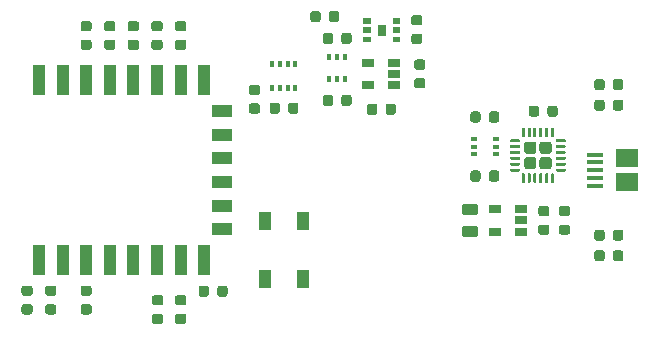
<source format=gbr>
G04 #@! TF.GenerationSoftware,KiCad,Pcbnew,(5.1.6-0-10_14)*
G04 #@! TF.CreationDate,2020-08-16T23:57:55-04:00*
G04 #@! TF.ProjectId,pcb,7063622e-6b69-4636-9164-5f7063625858,rev?*
G04 #@! TF.SameCoordinates,Original*
G04 #@! TF.FileFunction,Paste,Top*
G04 #@! TF.FilePolarity,Positive*
%FSLAX46Y46*%
G04 Gerber Fmt 4.6, Leading zero omitted, Abs format (unit mm)*
G04 Created by KiCad (PCBNEW (5.1.6-0-10_14)) date 2020-08-16 23:57:55*
%MOMM*%
%LPD*%
G01*
G04 APERTURE LIST*
%ADD10C,0.010000*%
%ADD11R,0.350000X0.500000*%
%ADD12R,0.420000X0.600000*%
%ADD13R,0.600000X0.420000*%
%ADD14R,1.060000X0.650000*%
%ADD15R,1.000000X1.500000*%
%ADD16R,1.900000X1.500000*%
%ADD17R,1.350000X0.400000*%
%ADD18R,1.000000X2.500000*%
%ADD19R,1.800000X1.000000*%
G04 APERTURE END LIST*
D10*
G36*
X76225000Y-57100000D02*
G01*
X76775000Y-57100000D01*
X76775000Y-57500000D01*
X76225000Y-57500000D01*
X76225000Y-57100000D01*
G37*
X76225000Y-57100000D02*
X76775000Y-57100000D01*
X76775000Y-57500000D01*
X76225000Y-57500000D01*
X76225000Y-57100000D01*
G36*
X76225000Y-57900000D02*
G01*
X76775000Y-57900000D01*
X76775000Y-58300000D01*
X76225000Y-58300000D01*
X76225000Y-57900000D01*
G37*
X76225000Y-57900000D02*
X76775000Y-57900000D01*
X76775000Y-58300000D01*
X76225000Y-58300000D01*
X76225000Y-57900000D01*
G36*
X76225000Y-58700000D02*
G01*
X76775000Y-58700000D01*
X76775000Y-59100000D01*
X76225000Y-59100000D01*
X76225000Y-58700000D01*
G37*
X76225000Y-58700000D02*
X76775000Y-58700000D01*
X76775000Y-59100000D01*
X76225000Y-59100000D01*
X76225000Y-58700000D01*
G36*
X78725000Y-57100000D02*
G01*
X79275000Y-57100000D01*
X79275000Y-57500000D01*
X78725000Y-57500000D01*
X78725000Y-57100000D01*
G37*
X78725000Y-57100000D02*
X79275000Y-57100000D01*
X79275000Y-57500000D01*
X78725000Y-57500000D01*
X78725000Y-57100000D01*
G36*
X78725000Y-57900000D02*
G01*
X79275000Y-57900000D01*
X79275000Y-58300000D01*
X78725000Y-58300000D01*
X78725000Y-57900000D01*
G37*
X78725000Y-57900000D02*
X79275000Y-57900000D01*
X79275000Y-58300000D01*
X78725000Y-58300000D01*
X78725000Y-57900000D01*
G36*
X78725000Y-58700000D02*
G01*
X79275000Y-58700000D01*
X79275000Y-59100000D01*
X78725000Y-59100000D01*
X78725000Y-58700000D01*
G37*
X78725000Y-58700000D02*
X79275000Y-58700000D01*
X79275000Y-59100000D01*
X78725000Y-59100000D01*
X78725000Y-58700000D01*
G36*
X77450000Y-57675000D02*
G01*
X78050000Y-57675000D01*
X78050000Y-58525000D01*
X77450000Y-58525000D01*
X77450000Y-57675000D01*
G37*
X77450000Y-57675000D02*
X78050000Y-57675000D01*
X78050000Y-58525000D01*
X77450000Y-58525000D01*
X77450000Y-57675000D01*
G36*
G01*
X67256250Y-63650000D02*
X66743750Y-63650000D01*
G75*
G02*
X66525000Y-63431250I0J218750D01*
G01*
X66525000Y-62993750D01*
G75*
G02*
X66743750Y-62775000I218750J0D01*
G01*
X67256250Y-62775000D01*
G75*
G02*
X67475000Y-62993750I0J-218750D01*
G01*
X67475000Y-63431250D01*
G75*
G02*
X67256250Y-63650000I-218750J0D01*
G01*
G37*
G36*
G01*
X67256250Y-65225000D02*
X66743750Y-65225000D01*
G75*
G02*
X66525000Y-65006250I0J218750D01*
G01*
X66525000Y-64568750D01*
G75*
G02*
X66743750Y-64350000I218750J0D01*
G01*
X67256250Y-64350000D01*
G75*
G02*
X67475000Y-64568750I0J-218750D01*
G01*
X67475000Y-65006250D01*
G75*
G02*
X67256250Y-65225000I-218750J0D01*
G01*
G37*
D11*
X70475000Y-63075000D03*
X69825000Y-63075000D03*
X69175000Y-63075000D03*
X68525000Y-63075000D03*
X68525000Y-61025000D03*
X69175000Y-61025000D03*
X69825000Y-61025000D03*
X70475000Y-61025000D03*
G36*
G01*
X61006250Y-81450000D02*
X60493750Y-81450000D01*
G75*
G02*
X60275000Y-81231250I0J218750D01*
G01*
X60275000Y-80793750D01*
G75*
G02*
X60493750Y-80575000I218750J0D01*
G01*
X61006250Y-80575000D01*
G75*
G02*
X61225000Y-80793750I0J-218750D01*
G01*
X61225000Y-81231250D01*
G75*
G02*
X61006250Y-81450000I-218750J0D01*
G01*
G37*
G36*
G01*
X61006250Y-83025000D02*
X60493750Y-83025000D01*
G75*
G02*
X60275000Y-82806250I0J218750D01*
G01*
X60275000Y-82368750D01*
G75*
G02*
X60493750Y-82150000I218750J0D01*
G01*
X61006250Y-82150000D01*
G75*
G02*
X61225000Y-82368750I0J-218750D01*
G01*
X61225000Y-82806250D01*
G75*
G02*
X61006250Y-83025000I-218750J0D01*
G01*
G37*
G36*
G01*
X80743750Y-62200000D02*
X81256250Y-62200000D01*
G75*
G02*
X81475000Y-62418750I0J-218750D01*
G01*
X81475000Y-62856250D01*
G75*
G02*
X81256250Y-63075000I-218750J0D01*
G01*
X80743750Y-63075000D01*
G75*
G02*
X80525000Y-62856250I0J218750D01*
G01*
X80525000Y-62418750D01*
G75*
G02*
X80743750Y-62200000I218750J0D01*
G01*
G37*
G36*
G01*
X80743750Y-60625000D02*
X81256250Y-60625000D01*
G75*
G02*
X81475000Y-60843750I0J-218750D01*
G01*
X81475000Y-61281250D01*
G75*
G02*
X81256250Y-61500000I-218750J0D01*
G01*
X80743750Y-61500000D01*
G75*
G02*
X80525000Y-61281250I0J218750D01*
G01*
X80525000Y-60843750D01*
G75*
G02*
X80743750Y-60625000I218750J0D01*
G01*
G37*
G36*
G01*
X54493750Y-58950000D02*
X55006250Y-58950000D01*
G75*
G02*
X55225000Y-59168750I0J-218750D01*
G01*
X55225000Y-59606250D01*
G75*
G02*
X55006250Y-59825000I-218750J0D01*
G01*
X54493750Y-59825000D01*
G75*
G02*
X54275000Y-59606250I0J218750D01*
G01*
X54275000Y-59168750D01*
G75*
G02*
X54493750Y-58950000I218750J0D01*
G01*
G37*
G36*
G01*
X54493750Y-57375000D02*
X55006250Y-57375000D01*
G75*
G02*
X55225000Y-57593750I0J-218750D01*
G01*
X55225000Y-58031250D01*
G75*
G02*
X55006250Y-58250000I-218750J0D01*
G01*
X54493750Y-58250000D01*
G75*
G02*
X54275000Y-58031250I0J218750D01*
G01*
X54275000Y-57593750D01*
G75*
G02*
X54493750Y-57375000I218750J0D01*
G01*
G37*
G36*
G01*
X52493750Y-58950000D02*
X53006250Y-58950000D01*
G75*
G02*
X53225000Y-59168750I0J-218750D01*
G01*
X53225000Y-59606250D01*
G75*
G02*
X53006250Y-59825000I-218750J0D01*
G01*
X52493750Y-59825000D01*
G75*
G02*
X52275000Y-59606250I0J218750D01*
G01*
X52275000Y-59168750D01*
G75*
G02*
X52493750Y-58950000I218750J0D01*
G01*
G37*
G36*
G01*
X52493750Y-57375000D02*
X53006250Y-57375000D01*
G75*
G02*
X53225000Y-57593750I0J-218750D01*
G01*
X53225000Y-58031250D01*
G75*
G02*
X53006250Y-58250000I-218750J0D01*
G01*
X52493750Y-58250000D01*
G75*
G02*
X52275000Y-58031250I0J218750D01*
G01*
X52275000Y-57593750D01*
G75*
G02*
X52493750Y-57375000I218750J0D01*
G01*
G37*
G36*
G01*
X73650000Y-58593750D02*
X73650000Y-59106250D01*
G75*
G02*
X73431250Y-59325000I-218750J0D01*
G01*
X72993750Y-59325000D01*
G75*
G02*
X72775000Y-59106250I0J218750D01*
G01*
X72775000Y-58593750D01*
G75*
G02*
X72993750Y-58375000I218750J0D01*
G01*
X73431250Y-58375000D01*
G75*
G02*
X73650000Y-58593750I0J-218750D01*
G01*
G37*
G36*
G01*
X75225000Y-58593750D02*
X75225000Y-59106250D01*
G75*
G02*
X75006250Y-59325000I-218750J0D01*
G01*
X74568750Y-59325000D01*
G75*
G02*
X74350000Y-59106250I0J218750D01*
G01*
X74350000Y-58593750D01*
G75*
G02*
X74568750Y-58375000I218750J0D01*
G01*
X75006250Y-58375000D01*
G75*
G02*
X75225000Y-58593750I0J-218750D01*
G01*
G37*
G36*
G01*
X73650000Y-63843750D02*
X73650000Y-64356250D01*
G75*
G02*
X73431250Y-64575000I-218750J0D01*
G01*
X72993750Y-64575000D01*
G75*
G02*
X72775000Y-64356250I0J218750D01*
G01*
X72775000Y-63843750D01*
G75*
G02*
X72993750Y-63625000I218750J0D01*
G01*
X73431250Y-63625000D01*
G75*
G02*
X73650000Y-63843750I0J-218750D01*
G01*
G37*
G36*
G01*
X75225000Y-63843750D02*
X75225000Y-64356250D01*
G75*
G02*
X75006250Y-64575000I-218750J0D01*
G01*
X74568750Y-64575000D01*
G75*
G02*
X74350000Y-64356250I0J218750D01*
G01*
X74350000Y-63843750D01*
G75*
G02*
X74568750Y-63625000I218750J0D01*
G01*
X75006250Y-63625000D01*
G75*
G02*
X75225000Y-63843750I0J-218750D01*
G01*
G37*
G36*
G01*
X81006250Y-57750000D02*
X80493750Y-57750000D01*
G75*
G02*
X80275000Y-57531250I0J218750D01*
G01*
X80275000Y-57093750D01*
G75*
G02*
X80493750Y-56875000I218750J0D01*
G01*
X81006250Y-56875000D01*
G75*
G02*
X81225000Y-57093750I0J-218750D01*
G01*
X81225000Y-57531250D01*
G75*
G02*
X81006250Y-57750000I-218750J0D01*
G01*
G37*
G36*
G01*
X81006250Y-59325000D02*
X80493750Y-59325000D01*
G75*
G02*
X80275000Y-59106250I0J218750D01*
G01*
X80275000Y-58668750D01*
G75*
G02*
X80493750Y-58450000I218750J0D01*
G01*
X81006250Y-58450000D01*
G75*
G02*
X81225000Y-58668750I0J-218750D01*
G01*
X81225000Y-59106250D01*
G75*
G02*
X81006250Y-59325000I-218750J0D01*
G01*
G37*
G36*
G01*
X73300000Y-57256250D02*
X73300000Y-56743750D01*
G75*
G02*
X73518750Y-56525000I218750J0D01*
G01*
X73956250Y-56525000D01*
G75*
G02*
X74175000Y-56743750I0J-218750D01*
G01*
X74175000Y-57256250D01*
G75*
G02*
X73956250Y-57475000I-218750J0D01*
G01*
X73518750Y-57475000D01*
G75*
G02*
X73300000Y-57256250I0J218750D01*
G01*
G37*
G36*
G01*
X71725000Y-57256250D02*
X71725000Y-56743750D01*
G75*
G02*
X71943750Y-56525000I218750J0D01*
G01*
X72381250Y-56525000D01*
G75*
G02*
X72600000Y-56743750I0J-218750D01*
G01*
X72600000Y-57256250D01*
G75*
G02*
X72381250Y-57475000I-218750J0D01*
G01*
X71943750Y-57475000D01*
G75*
G02*
X71725000Y-57256250I0J218750D01*
G01*
G37*
G36*
G01*
X69850000Y-65006250D02*
X69850000Y-64493750D01*
G75*
G02*
X70068750Y-64275000I218750J0D01*
G01*
X70506250Y-64275000D01*
G75*
G02*
X70725000Y-64493750I0J-218750D01*
G01*
X70725000Y-65006250D01*
G75*
G02*
X70506250Y-65225000I-218750J0D01*
G01*
X70068750Y-65225000D01*
G75*
G02*
X69850000Y-65006250I0J218750D01*
G01*
G37*
G36*
G01*
X68275000Y-65006250D02*
X68275000Y-64493750D01*
G75*
G02*
X68493750Y-64275000I218750J0D01*
G01*
X68931250Y-64275000D01*
G75*
G02*
X69150000Y-64493750I0J-218750D01*
G01*
X69150000Y-65006250D01*
G75*
G02*
X68931250Y-65225000I-218750J0D01*
G01*
X68493750Y-65225000D01*
G75*
G02*
X68275000Y-65006250I0J218750D01*
G01*
G37*
G36*
G01*
X61006250Y-58250000D02*
X60493750Y-58250000D01*
G75*
G02*
X60275000Y-58031250I0J218750D01*
G01*
X60275000Y-57593750D01*
G75*
G02*
X60493750Y-57375000I218750J0D01*
G01*
X61006250Y-57375000D01*
G75*
G02*
X61225000Y-57593750I0J-218750D01*
G01*
X61225000Y-58031250D01*
G75*
G02*
X61006250Y-58250000I-218750J0D01*
G01*
G37*
G36*
G01*
X61006250Y-59825000D02*
X60493750Y-59825000D01*
G75*
G02*
X60275000Y-59606250I0J218750D01*
G01*
X60275000Y-59168750D01*
G75*
G02*
X60493750Y-58950000I218750J0D01*
G01*
X61006250Y-58950000D01*
G75*
G02*
X61225000Y-59168750I0J-218750D01*
G01*
X61225000Y-59606250D01*
G75*
G02*
X61006250Y-59825000I-218750J0D01*
G01*
G37*
G36*
G01*
X56493750Y-58950000D02*
X57006250Y-58950000D01*
G75*
G02*
X57225000Y-59168750I0J-218750D01*
G01*
X57225000Y-59606250D01*
G75*
G02*
X57006250Y-59825000I-218750J0D01*
G01*
X56493750Y-59825000D01*
G75*
G02*
X56275000Y-59606250I0J218750D01*
G01*
X56275000Y-59168750D01*
G75*
G02*
X56493750Y-58950000I218750J0D01*
G01*
G37*
G36*
G01*
X56493750Y-57375000D02*
X57006250Y-57375000D01*
G75*
G02*
X57225000Y-57593750I0J-218750D01*
G01*
X57225000Y-58031250D01*
G75*
G02*
X57006250Y-58250000I-218750J0D01*
G01*
X56493750Y-58250000D01*
G75*
G02*
X56275000Y-58031250I0J218750D01*
G01*
X56275000Y-57593750D01*
G75*
G02*
X56493750Y-57375000I218750J0D01*
G01*
G37*
G36*
G01*
X53006250Y-80650000D02*
X52493750Y-80650000D01*
G75*
G02*
X52275000Y-80431250I0J218750D01*
G01*
X52275000Y-79993750D01*
G75*
G02*
X52493750Y-79775000I218750J0D01*
G01*
X53006250Y-79775000D01*
G75*
G02*
X53225000Y-79993750I0J-218750D01*
G01*
X53225000Y-80431250D01*
G75*
G02*
X53006250Y-80650000I-218750J0D01*
G01*
G37*
G36*
G01*
X53006250Y-82225000D02*
X52493750Y-82225000D01*
G75*
G02*
X52275000Y-82006250I0J218750D01*
G01*
X52275000Y-81568750D01*
G75*
G02*
X52493750Y-81350000I218750J0D01*
G01*
X53006250Y-81350000D01*
G75*
G02*
X53225000Y-81568750I0J-218750D01*
G01*
X53225000Y-82006250D01*
G75*
G02*
X53006250Y-82225000I-218750J0D01*
G01*
G37*
G36*
G01*
X50006250Y-80650000D02*
X49493750Y-80650000D01*
G75*
G02*
X49275000Y-80431250I0J218750D01*
G01*
X49275000Y-79993750D01*
G75*
G02*
X49493750Y-79775000I218750J0D01*
G01*
X50006250Y-79775000D01*
G75*
G02*
X50225000Y-79993750I0J-218750D01*
G01*
X50225000Y-80431250D01*
G75*
G02*
X50006250Y-80650000I-218750J0D01*
G01*
G37*
G36*
G01*
X50006250Y-82225000D02*
X49493750Y-82225000D01*
G75*
G02*
X49275000Y-82006250I0J218750D01*
G01*
X49275000Y-81568750D01*
G75*
G02*
X49493750Y-81350000I218750J0D01*
G01*
X50006250Y-81350000D01*
G75*
G02*
X50225000Y-81568750I0J-218750D01*
G01*
X50225000Y-82006250D01*
G75*
G02*
X50006250Y-82225000I-218750J0D01*
G01*
G37*
G36*
G01*
X63850000Y-80506250D02*
X63850000Y-79993750D01*
G75*
G02*
X64068750Y-79775000I218750J0D01*
G01*
X64506250Y-79775000D01*
G75*
G02*
X64725000Y-79993750I0J-218750D01*
G01*
X64725000Y-80506250D01*
G75*
G02*
X64506250Y-80725000I-218750J0D01*
G01*
X64068750Y-80725000D01*
G75*
G02*
X63850000Y-80506250I0J218750D01*
G01*
G37*
G36*
G01*
X62275000Y-80506250D02*
X62275000Y-79993750D01*
G75*
G02*
X62493750Y-79775000I218750J0D01*
G01*
X62931250Y-79775000D01*
G75*
G02*
X63150000Y-79993750I0J-218750D01*
G01*
X63150000Y-80506250D01*
G75*
G02*
X62931250Y-80725000I-218750J0D01*
G01*
X62493750Y-80725000D01*
G75*
G02*
X62275000Y-80506250I0J218750D01*
G01*
G37*
G36*
G01*
X96650000Y-75243750D02*
X96650000Y-75756250D01*
G75*
G02*
X96431250Y-75975000I-218750J0D01*
G01*
X95993750Y-75975000D01*
G75*
G02*
X95775000Y-75756250I0J218750D01*
G01*
X95775000Y-75243750D01*
G75*
G02*
X95993750Y-75025000I218750J0D01*
G01*
X96431250Y-75025000D01*
G75*
G02*
X96650000Y-75243750I0J-218750D01*
G01*
G37*
G36*
G01*
X98225000Y-75243750D02*
X98225000Y-75756250D01*
G75*
G02*
X98006250Y-75975000I-218750J0D01*
G01*
X97568750Y-75975000D01*
G75*
G02*
X97350000Y-75756250I0J218750D01*
G01*
X97350000Y-75243750D01*
G75*
G02*
X97568750Y-75025000I218750J0D01*
G01*
X98006250Y-75025000D01*
G75*
G02*
X98225000Y-75243750I0J-218750D01*
G01*
G37*
G36*
G01*
X96650000Y-64243750D02*
X96650000Y-64756250D01*
G75*
G02*
X96431250Y-64975000I-218750J0D01*
G01*
X95993750Y-64975000D01*
G75*
G02*
X95775000Y-64756250I0J218750D01*
G01*
X95775000Y-64243750D01*
G75*
G02*
X95993750Y-64025000I218750J0D01*
G01*
X96431250Y-64025000D01*
G75*
G02*
X96650000Y-64243750I0J-218750D01*
G01*
G37*
G36*
G01*
X98225000Y-64243750D02*
X98225000Y-64756250D01*
G75*
G02*
X98006250Y-64975000I-218750J0D01*
G01*
X97568750Y-64975000D01*
G75*
G02*
X97350000Y-64756250I0J218750D01*
G01*
X97350000Y-64243750D01*
G75*
G02*
X97568750Y-64025000I218750J0D01*
G01*
X98006250Y-64025000D01*
G75*
G02*
X98225000Y-64243750I0J-218750D01*
G01*
G37*
G36*
G01*
X96650000Y-76993750D02*
X96650000Y-77506250D01*
G75*
G02*
X96431250Y-77725000I-218750J0D01*
G01*
X95993750Y-77725000D01*
G75*
G02*
X95775000Y-77506250I0J218750D01*
G01*
X95775000Y-76993750D01*
G75*
G02*
X95993750Y-76775000I218750J0D01*
G01*
X96431250Y-76775000D01*
G75*
G02*
X96650000Y-76993750I0J-218750D01*
G01*
G37*
G36*
G01*
X98225000Y-76993750D02*
X98225000Y-77506250D01*
G75*
G02*
X98006250Y-77725000I-218750J0D01*
G01*
X97568750Y-77725000D01*
G75*
G02*
X97350000Y-77506250I0J218750D01*
G01*
X97350000Y-76993750D01*
G75*
G02*
X97568750Y-76775000I218750J0D01*
G01*
X98006250Y-76775000D01*
G75*
G02*
X98225000Y-76993750I0J-218750D01*
G01*
G37*
G36*
G01*
X96650000Y-62493750D02*
X96650000Y-63006250D01*
G75*
G02*
X96431250Y-63225000I-218750J0D01*
G01*
X95993750Y-63225000D01*
G75*
G02*
X95775000Y-63006250I0J218750D01*
G01*
X95775000Y-62493750D01*
G75*
G02*
X95993750Y-62275000I218750J0D01*
G01*
X96431250Y-62275000D01*
G75*
G02*
X96650000Y-62493750I0J-218750D01*
G01*
G37*
G36*
G01*
X98225000Y-62493750D02*
X98225000Y-63006250D01*
G75*
G02*
X98006250Y-63225000I-218750J0D01*
G01*
X97568750Y-63225000D01*
G75*
G02*
X97350000Y-63006250I0J218750D01*
G01*
X97350000Y-62493750D01*
G75*
G02*
X97568750Y-62275000I218750J0D01*
G01*
X98006250Y-62275000D01*
G75*
G02*
X98225000Y-62493750I0J-218750D01*
G01*
G37*
D12*
X74650000Y-62300000D03*
X74000000Y-62300000D03*
X73350000Y-62300000D03*
X74650000Y-60400000D03*
X74000000Y-60400000D03*
X73350000Y-60400000D03*
D13*
X87450000Y-67350000D03*
X87450000Y-68000000D03*
X87450000Y-68650000D03*
X85550000Y-67350000D03*
X85550000Y-68000000D03*
X85550000Y-68650000D03*
D14*
X87400000Y-75200000D03*
X87400000Y-73300000D03*
X89600000Y-73300000D03*
X89600000Y-74250000D03*
X89600000Y-75200000D03*
G36*
G01*
X59006250Y-58250000D02*
X58493750Y-58250000D01*
G75*
G02*
X58275000Y-58031250I0J218750D01*
G01*
X58275000Y-57593750D01*
G75*
G02*
X58493750Y-57375000I218750J0D01*
G01*
X59006250Y-57375000D01*
G75*
G02*
X59225000Y-57593750I0J-218750D01*
G01*
X59225000Y-58031250D01*
G75*
G02*
X59006250Y-58250000I-218750J0D01*
G01*
G37*
G36*
G01*
X59006250Y-59825000D02*
X58493750Y-59825000D01*
G75*
G02*
X58275000Y-59606250I0J218750D01*
G01*
X58275000Y-59168750D01*
G75*
G02*
X58493750Y-58950000I218750J0D01*
G01*
X59006250Y-58950000D01*
G75*
G02*
X59225000Y-59168750I0J-218750D01*
G01*
X59225000Y-59606250D01*
G75*
G02*
X59006250Y-59825000I-218750J0D01*
G01*
G37*
G36*
G01*
X90875000Y-67824999D02*
X90875000Y-68375001D01*
G75*
G02*
X90625001Y-68625000I-249999J0D01*
G01*
X90074999Y-68625000D01*
G75*
G02*
X89825000Y-68375001I0J249999D01*
G01*
X89825000Y-67824999D01*
G75*
G02*
X90074999Y-67575000I249999J0D01*
G01*
X90625001Y-67575000D01*
G75*
G02*
X90875000Y-67824999I0J-249999D01*
G01*
G37*
G36*
G01*
X90875000Y-69124999D02*
X90875000Y-69675001D01*
G75*
G02*
X90625001Y-69925000I-249999J0D01*
G01*
X90074999Y-69925000D01*
G75*
G02*
X89825000Y-69675001I0J249999D01*
G01*
X89825000Y-69124999D01*
G75*
G02*
X90074999Y-68875000I249999J0D01*
G01*
X90625001Y-68875000D01*
G75*
G02*
X90875000Y-69124999I0J-249999D01*
G01*
G37*
G36*
G01*
X92175000Y-67824999D02*
X92175000Y-68375001D01*
G75*
G02*
X91925001Y-68625000I-249999J0D01*
G01*
X91374999Y-68625000D01*
G75*
G02*
X91125000Y-68375001I0J249999D01*
G01*
X91125000Y-67824999D01*
G75*
G02*
X91374999Y-67575000I249999J0D01*
G01*
X91925001Y-67575000D01*
G75*
G02*
X92175000Y-67824999I0J-249999D01*
G01*
G37*
G36*
G01*
X92175000Y-69124999D02*
X92175000Y-69675001D01*
G75*
G02*
X91925001Y-69925000I-249999J0D01*
G01*
X91374999Y-69925000D01*
G75*
G02*
X91125000Y-69675001I0J249999D01*
G01*
X91125000Y-69124999D01*
G75*
G02*
X91374999Y-68875000I249999J0D01*
G01*
X91925001Y-68875000D01*
G75*
G02*
X92175000Y-69124999I0J-249999D01*
G01*
G37*
G36*
G01*
X92375000Y-70337500D02*
X92375000Y-71037500D01*
G75*
G02*
X92312500Y-71100000I-62500J0D01*
G01*
X92187500Y-71100000D01*
G75*
G02*
X92125000Y-71037500I0J62500D01*
G01*
X92125000Y-70337500D01*
G75*
G02*
X92187500Y-70275000I62500J0D01*
G01*
X92312500Y-70275000D01*
G75*
G02*
X92375000Y-70337500I0J-62500D01*
G01*
G37*
G36*
G01*
X91875000Y-70337500D02*
X91875000Y-71037500D01*
G75*
G02*
X91812500Y-71100000I-62500J0D01*
G01*
X91687500Y-71100000D01*
G75*
G02*
X91625000Y-71037500I0J62500D01*
G01*
X91625000Y-70337500D01*
G75*
G02*
X91687500Y-70275000I62500J0D01*
G01*
X91812500Y-70275000D01*
G75*
G02*
X91875000Y-70337500I0J-62500D01*
G01*
G37*
G36*
G01*
X91375000Y-70337500D02*
X91375000Y-71037500D01*
G75*
G02*
X91312500Y-71100000I-62500J0D01*
G01*
X91187500Y-71100000D01*
G75*
G02*
X91125000Y-71037500I0J62500D01*
G01*
X91125000Y-70337500D01*
G75*
G02*
X91187500Y-70275000I62500J0D01*
G01*
X91312500Y-70275000D01*
G75*
G02*
X91375000Y-70337500I0J-62500D01*
G01*
G37*
G36*
G01*
X90875000Y-70337500D02*
X90875000Y-71037500D01*
G75*
G02*
X90812500Y-71100000I-62500J0D01*
G01*
X90687500Y-71100000D01*
G75*
G02*
X90625000Y-71037500I0J62500D01*
G01*
X90625000Y-70337500D01*
G75*
G02*
X90687500Y-70275000I62500J0D01*
G01*
X90812500Y-70275000D01*
G75*
G02*
X90875000Y-70337500I0J-62500D01*
G01*
G37*
G36*
G01*
X90375000Y-70337500D02*
X90375000Y-71037500D01*
G75*
G02*
X90312500Y-71100000I-62500J0D01*
G01*
X90187500Y-71100000D01*
G75*
G02*
X90125000Y-71037500I0J62500D01*
G01*
X90125000Y-70337500D01*
G75*
G02*
X90187500Y-70275000I62500J0D01*
G01*
X90312500Y-70275000D01*
G75*
G02*
X90375000Y-70337500I0J-62500D01*
G01*
G37*
G36*
G01*
X89875000Y-70337500D02*
X89875000Y-71037500D01*
G75*
G02*
X89812500Y-71100000I-62500J0D01*
G01*
X89687500Y-71100000D01*
G75*
G02*
X89625000Y-71037500I0J62500D01*
G01*
X89625000Y-70337500D01*
G75*
G02*
X89687500Y-70275000I62500J0D01*
G01*
X89812500Y-70275000D01*
G75*
G02*
X89875000Y-70337500I0J-62500D01*
G01*
G37*
G36*
G01*
X89475000Y-69937500D02*
X89475000Y-70062500D01*
G75*
G02*
X89412500Y-70125000I-62500J0D01*
G01*
X88712500Y-70125000D01*
G75*
G02*
X88650000Y-70062500I0J62500D01*
G01*
X88650000Y-69937500D01*
G75*
G02*
X88712500Y-69875000I62500J0D01*
G01*
X89412500Y-69875000D01*
G75*
G02*
X89475000Y-69937500I0J-62500D01*
G01*
G37*
G36*
G01*
X89475000Y-69437500D02*
X89475000Y-69562500D01*
G75*
G02*
X89412500Y-69625000I-62500J0D01*
G01*
X88712500Y-69625000D01*
G75*
G02*
X88650000Y-69562500I0J62500D01*
G01*
X88650000Y-69437500D01*
G75*
G02*
X88712500Y-69375000I62500J0D01*
G01*
X89412500Y-69375000D01*
G75*
G02*
X89475000Y-69437500I0J-62500D01*
G01*
G37*
G36*
G01*
X89475000Y-68937500D02*
X89475000Y-69062500D01*
G75*
G02*
X89412500Y-69125000I-62500J0D01*
G01*
X88712500Y-69125000D01*
G75*
G02*
X88650000Y-69062500I0J62500D01*
G01*
X88650000Y-68937500D01*
G75*
G02*
X88712500Y-68875000I62500J0D01*
G01*
X89412500Y-68875000D01*
G75*
G02*
X89475000Y-68937500I0J-62500D01*
G01*
G37*
G36*
G01*
X89475000Y-68437500D02*
X89475000Y-68562500D01*
G75*
G02*
X89412500Y-68625000I-62500J0D01*
G01*
X88712500Y-68625000D01*
G75*
G02*
X88650000Y-68562500I0J62500D01*
G01*
X88650000Y-68437500D01*
G75*
G02*
X88712500Y-68375000I62500J0D01*
G01*
X89412500Y-68375000D01*
G75*
G02*
X89475000Y-68437500I0J-62500D01*
G01*
G37*
G36*
G01*
X89475000Y-67937500D02*
X89475000Y-68062500D01*
G75*
G02*
X89412500Y-68125000I-62500J0D01*
G01*
X88712500Y-68125000D01*
G75*
G02*
X88650000Y-68062500I0J62500D01*
G01*
X88650000Y-67937500D01*
G75*
G02*
X88712500Y-67875000I62500J0D01*
G01*
X89412500Y-67875000D01*
G75*
G02*
X89475000Y-67937500I0J-62500D01*
G01*
G37*
G36*
G01*
X89475000Y-67437500D02*
X89475000Y-67562500D01*
G75*
G02*
X89412500Y-67625000I-62500J0D01*
G01*
X88712500Y-67625000D01*
G75*
G02*
X88650000Y-67562500I0J62500D01*
G01*
X88650000Y-67437500D01*
G75*
G02*
X88712500Y-67375000I62500J0D01*
G01*
X89412500Y-67375000D01*
G75*
G02*
X89475000Y-67437500I0J-62500D01*
G01*
G37*
G36*
G01*
X89875000Y-66462500D02*
X89875000Y-67162500D01*
G75*
G02*
X89812500Y-67225000I-62500J0D01*
G01*
X89687500Y-67225000D01*
G75*
G02*
X89625000Y-67162500I0J62500D01*
G01*
X89625000Y-66462500D01*
G75*
G02*
X89687500Y-66400000I62500J0D01*
G01*
X89812500Y-66400000D01*
G75*
G02*
X89875000Y-66462500I0J-62500D01*
G01*
G37*
G36*
G01*
X90375000Y-66462500D02*
X90375000Y-67162500D01*
G75*
G02*
X90312500Y-67225000I-62500J0D01*
G01*
X90187500Y-67225000D01*
G75*
G02*
X90125000Y-67162500I0J62500D01*
G01*
X90125000Y-66462500D01*
G75*
G02*
X90187500Y-66400000I62500J0D01*
G01*
X90312500Y-66400000D01*
G75*
G02*
X90375000Y-66462500I0J-62500D01*
G01*
G37*
G36*
G01*
X90875000Y-66462500D02*
X90875000Y-67162500D01*
G75*
G02*
X90812500Y-67225000I-62500J0D01*
G01*
X90687500Y-67225000D01*
G75*
G02*
X90625000Y-67162500I0J62500D01*
G01*
X90625000Y-66462500D01*
G75*
G02*
X90687500Y-66400000I62500J0D01*
G01*
X90812500Y-66400000D01*
G75*
G02*
X90875000Y-66462500I0J-62500D01*
G01*
G37*
G36*
G01*
X91375000Y-66462500D02*
X91375000Y-67162500D01*
G75*
G02*
X91312500Y-67225000I-62500J0D01*
G01*
X91187500Y-67225000D01*
G75*
G02*
X91125000Y-67162500I0J62500D01*
G01*
X91125000Y-66462500D01*
G75*
G02*
X91187500Y-66400000I62500J0D01*
G01*
X91312500Y-66400000D01*
G75*
G02*
X91375000Y-66462500I0J-62500D01*
G01*
G37*
G36*
G01*
X91875000Y-66462500D02*
X91875000Y-67162500D01*
G75*
G02*
X91812500Y-67225000I-62500J0D01*
G01*
X91687500Y-67225000D01*
G75*
G02*
X91625000Y-67162500I0J62500D01*
G01*
X91625000Y-66462500D01*
G75*
G02*
X91687500Y-66400000I62500J0D01*
G01*
X91812500Y-66400000D01*
G75*
G02*
X91875000Y-66462500I0J-62500D01*
G01*
G37*
G36*
G01*
X92375000Y-66462500D02*
X92375000Y-67162500D01*
G75*
G02*
X92312500Y-67225000I-62500J0D01*
G01*
X92187500Y-67225000D01*
G75*
G02*
X92125000Y-67162500I0J62500D01*
G01*
X92125000Y-66462500D01*
G75*
G02*
X92187500Y-66400000I62500J0D01*
G01*
X92312500Y-66400000D01*
G75*
G02*
X92375000Y-66462500I0J-62500D01*
G01*
G37*
G36*
G01*
X93350000Y-67437500D02*
X93350000Y-67562500D01*
G75*
G02*
X93287500Y-67625000I-62500J0D01*
G01*
X92587500Y-67625000D01*
G75*
G02*
X92525000Y-67562500I0J62500D01*
G01*
X92525000Y-67437500D01*
G75*
G02*
X92587500Y-67375000I62500J0D01*
G01*
X93287500Y-67375000D01*
G75*
G02*
X93350000Y-67437500I0J-62500D01*
G01*
G37*
G36*
G01*
X93350000Y-67937500D02*
X93350000Y-68062500D01*
G75*
G02*
X93287500Y-68125000I-62500J0D01*
G01*
X92587500Y-68125000D01*
G75*
G02*
X92525000Y-68062500I0J62500D01*
G01*
X92525000Y-67937500D01*
G75*
G02*
X92587500Y-67875000I62500J0D01*
G01*
X93287500Y-67875000D01*
G75*
G02*
X93350000Y-67937500I0J-62500D01*
G01*
G37*
G36*
G01*
X93350000Y-68437500D02*
X93350000Y-68562500D01*
G75*
G02*
X93287500Y-68625000I-62500J0D01*
G01*
X92587500Y-68625000D01*
G75*
G02*
X92525000Y-68562500I0J62500D01*
G01*
X92525000Y-68437500D01*
G75*
G02*
X92587500Y-68375000I62500J0D01*
G01*
X93287500Y-68375000D01*
G75*
G02*
X93350000Y-68437500I0J-62500D01*
G01*
G37*
G36*
G01*
X93350000Y-68937500D02*
X93350000Y-69062500D01*
G75*
G02*
X93287500Y-69125000I-62500J0D01*
G01*
X92587500Y-69125000D01*
G75*
G02*
X92525000Y-69062500I0J62500D01*
G01*
X92525000Y-68937500D01*
G75*
G02*
X92587500Y-68875000I62500J0D01*
G01*
X93287500Y-68875000D01*
G75*
G02*
X93350000Y-68937500I0J-62500D01*
G01*
G37*
G36*
G01*
X93350000Y-69437500D02*
X93350000Y-69562500D01*
G75*
G02*
X93287500Y-69625000I-62500J0D01*
G01*
X92587500Y-69625000D01*
G75*
G02*
X92525000Y-69562500I0J62500D01*
G01*
X92525000Y-69437500D01*
G75*
G02*
X92587500Y-69375000I62500J0D01*
G01*
X93287500Y-69375000D01*
G75*
G02*
X93350000Y-69437500I0J-62500D01*
G01*
G37*
G36*
G01*
X93350000Y-69937500D02*
X93350000Y-70062500D01*
G75*
G02*
X93287500Y-70125000I-62500J0D01*
G01*
X92587500Y-70125000D01*
G75*
G02*
X92525000Y-70062500I0J62500D01*
G01*
X92525000Y-69937500D01*
G75*
G02*
X92587500Y-69875000I62500J0D01*
G01*
X93287500Y-69875000D01*
G75*
G02*
X93350000Y-69937500I0J-62500D01*
G01*
G37*
X76650000Y-62800000D03*
X76650000Y-60900000D03*
X78850000Y-60900000D03*
X78850000Y-61850000D03*
X78850000Y-62800000D03*
G36*
G01*
X86850000Y-70756250D02*
X86850000Y-70243750D01*
G75*
G02*
X87068750Y-70025000I218750J0D01*
G01*
X87506250Y-70025000D01*
G75*
G02*
X87725000Y-70243750I0J-218750D01*
G01*
X87725000Y-70756250D01*
G75*
G02*
X87506250Y-70975000I-218750J0D01*
G01*
X87068750Y-70975000D01*
G75*
G02*
X86850000Y-70756250I0J218750D01*
G01*
G37*
G36*
G01*
X85275000Y-70756250D02*
X85275000Y-70243750D01*
G75*
G02*
X85493750Y-70025000I218750J0D01*
G01*
X85931250Y-70025000D01*
G75*
G02*
X86150000Y-70243750I0J-218750D01*
G01*
X86150000Y-70756250D01*
G75*
G02*
X85931250Y-70975000I-218750J0D01*
G01*
X85493750Y-70975000D01*
G75*
G02*
X85275000Y-70756250I0J218750D01*
G01*
G37*
G36*
G01*
X86150000Y-65243750D02*
X86150000Y-65756250D01*
G75*
G02*
X85931250Y-65975000I-218750J0D01*
G01*
X85493750Y-65975000D01*
G75*
G02*
X85275000Y-65756250I0J218750D01*
G01*
X85275000Y-65243750D01*
G75*
G02*
X85493750Y-65025000I218750J0D01*
G01*
X85931250Y-65025000D01*
G75*
G02*
X86150000Y-65243750I0J-218750D01*
G01*
G37*
G36*
G01*
X87725000Y-65243750D02*
X87725000Y-65756250D01*
G75*
G02*
X87506250Y-65975000I-218750J0D01*
G01*
X87068750Y-65975000D01*
G75*
G02*
X86850000Y-65756250I0J218750D01*
G01*
X86850000Y-65243750D01*
G75*
G02*
X87068750Y-65025000I218750J0D01*
G01*
X87506250Y-65025000D01*
G75*
G02*
X87725000Y-65243750I0J-218750D01*
G01*
G37*
G36*
G01*
X91756250Y-73900000D02*
X91243750Y-73900000D01*
G75*
G02*
X91025000Y-73681250I0J218750D01*
G01*
X91025000Y-73243750D01*
G75*
G02*
X91243750Y-73025000I218750J0D01*
G01*
X91756250Y-73025000D01*
G75*
G02*
X91975000Y-73243750I0J-218750D01*
G01*
X91975000Y-73681250D01*
G75*
G02*
X91756250Y-73900000I-218750J0D01*
G01*
G37*
G36*
G01*
X91756250Y-75475000D02*
X91243750Y-75475000D01*
G75*
G02*
X91025000Y-75256250I0J218750D01*
G01*
X91025000Y-74818750D01*
G75*
G02*
X91243750Y-74600000I218750J0D01*
G01*
X91756250Y-74600000D01*
G75*
G02*
X91975000Y-74818750I0J-218750D01*
G01*
X91975000Y-75256250D01*
G75*
G02*
X91756250Y-75475000I-218750J0D01*
G01*
G37*
D15*
X71100000Y-74300000D03*
X67900000Y-74300000D03*
X71100000Y-79200000D03*
X67900000Y-79200000D03*
G36*
G01*
X78100000Y-65106250D02*
X78100000Y-64593750D01*
G75*
G02*
X78318750Y-64375000I218750J0D01*
G01*
X78756250Y-64375000D01*
G75*
G02*
X78975000Y-64593750I0J-218750D01*
G01*
X78975000Y-65106250D01*
G75*
G02*
X78756250Y-65325000I-218750J0D01*
G01*
X78318750Y-65325000D01*
G75*
G02*
X78100000Y-65106250I0J218750D01*
G01*
G37*
G36*
G01*
X76525000Y-65106250D02*
X76525000Y-64593750D01*
G75*
G02*
X76743750Y-64375000I218750J0D01*
G01*
X77181250Y-64375000D01*
G75*
G02*
X77400000Y-64593750I0J-218750D01*
G01*
X77400000Y-65106250D01*
G75*
G02*
X77181250Y-65325000I-218750J0D01*
G01*
X76743750Y-65325000D01*
G75*
G02*
X76525000Y-65106250I0J218750D01*
G01*
G37*
G36*
G01*
X93506250Y-73900000D02*
X92993750Y-73900000D01*
G75*
G02*
X92775000Y-73681250I0J218750D01*
G01*
X92775000Y-73243750D01*
G75*
G02*
X92993750Y-73025000I218750J0D01*
G01*
X93506250Y-73025000D01*
G75*
G02*
X93725000Y-73243750I0J-218750D01*
G01*
X93725000Y-73681250D01*
G75*
G02*
X93506250Y-73900000I-218750J0D01*
G01*
G37*
G36*
G01*
X93506250Y-75475000D02*
X92993750Y-75475000D01*
G75*
G02*
X92775000Y-75256250I0J218750D01*
G01*
X92775000Y-74818750D01*
G75*
G02*
X92993750Y-74600000I218750J0D01*
G01*
X93506250Y-74600000D01*
G75*
G02*
X93725000Y-74818750I0J-218750D01*
G01*
X93725000Y-75256250D01*
G75*
G02*
X93506250Y-75475000I-218750J0D01*
G01*
G37*
G36*
G01*
X58543750Y-82150000D02*
X59056250Y-82150000D01*
G75*
G02*
X59275000Y-82368750I0J-218750D01*
G01*
X59275000Y-82806250D01*
G75*
G02*
X59056250Y-83025000I-218750J0D01*
G01*
X58543750Y-83025000D01*
G75*
G02*
X58325000Y-82806250I0J218750D01*
G01*
X58325000Y-82368750D01*
G75*
G02*
X58543750Y-82150000I218750J0D01*
G01*
G37*
G36*
G01*
X58543750Y-80575000D02*
X59056250Y-80575000D01*
G75*
G02*
X59275000Y-80793750I0J-218750D01*
G01*
X59275000Y-81231250D01*
G75*
G02*
X59056250Y-81450000I-218750J0D01*
G01*
X58543750Y-81450000D01*
G75*
G02*
X58325000Y-81231250I0J218750D01*
G01*
X58325000Y-80793750D01*
G75*
G02*
X58543750Y-80575000I218750J0D01*
G01*
G37*
G36*
G01*
X47493750Y-81350000D02*
X48006250Y-81350000D01*
G75*
G02*
X48225000Y-81568750I0J-218750D01*
G01*
X48225000Y-82006250D01*
G75*
G02*
X48006250Y-82225000I-218750J0D01*
G01*
X47493750Y-82225000D01*
G75*
G02*
X47275000Y-82006250I0J218750D01*
G01*
X47275000Y-81568750D01*
G75*
G02*
X47493750Y-81350000I218750J0D01*
G01*
G37*
G36*
G01*
X47493750Y-79775000D02*
X48006250Y-79775000D01*
G75*
G02*
X48225000Y-79993750I0J-218750D01*
G01*
X48225000Y-80431250D01*
G75*
G02*
X48006250Y-80650000I-218750J0D01*
G01*
X47493750Y-80650000D01*
G75*
G02*
X47275000Y-80431250I0J218750D01*
G01*
X47275000Y-79993750D01*
G75*
G02*
X47493750Y-79775000I218750J0D01*
G01*
G37*
G36*
G01*
X85706250Y-73800000D02*
X84793750Y-73800000D01*
G75*
G02*
X84550000Y-73556250I0J243750D01*
G01*
X84550000Y-73068750D01*
G75*
G02*
X84793750Y-72825000I243750J0D01*
G01*
X85706250Y-72825000D01*
G75*
G02*
X85950000Y-73068750I0J-243750D01*
G01*
X85950000Y-73556250D01*
G75*
G02*
X85706250Y-73800000I-243750J0D01*
G01*
G37*
G36*
G01*
X85706250Y-75675000D02*
X84793750Y-75675000D01*
G75*
G02*
X84550000Y-75431250I0J243750D01*
G01*
X84550000Y-74943750D01*
G75*
G02*
X84793750Y-74700000I243750J0D01*
G01*
X85706250Y-74700000D01*
G75*
G02*
X85950000Y-74943750I0J-243750D01*
G01*
X85950000Y-75431250D01*
G75*
G02*
X85706250Y-75675000I-243750J0D01*
G01*
G37*
D16*
X98547500Y-71000000D03*
D17*
X95847500Y-70000000D03*
X95847500Y-69350000D03*
X95847500Y-68700000D03*
X95847500Y-71300000D03*
X95847500Y-70650000D03*
D16*
X98547500Y-69000000D03*
D18*
X48750000Y-62400000D03*
X50750000Y-62400000D03*
X52750000Y-62400000D03*
X54750000Y-62400000D03*
X56750000Y-62400000D03*
X58750000Y-62400000D03*
X60750000Y-62400000D03*
X62750000Y-62400000D03*
D19*
X64250000Y-65000000D03*
X64250000Y-67000000D03*
X64250000Y-69000000D03*
X64250000Y-71000000D03*
X64250000Y-73000000D03*
X64250000Y-75000000D03*
D18*
X62750000Y-77600000D03*
X60750000Y-77600000D03*
X58750000Y-77600000D03*
X56750000Y-77600000D03*
X54750000Y-77600000D03*
X52750000Y-77600000D03*
X50750000Y-77600000D03*
X48750000Y-77600000D03*
G36*
G01*
X92675000Y-64743750D02*
X92675000Y-65256250D01*
G75*
G02*
X92456250Y-65475000I-218750J0D01*
G01*
X92018750Y-65475000D01*
G75*
G02*
X91800000Y-65256250I0J218750D01*
G01*
X91800000Y-64743750D01*
G75*
G02*
X92018750Y-64525000I218750J0D01*
G01*
X92456250Y-64525000D01*
G75*
G02*
X92675000Y-64743750I0J-218750D01*
G01*
G37*
G36*
G01*
X91100000Y-64743750D02*
X91100000Y-65256250D01*
G75*
G02*
X90881250Y-65475000I-218750J0D01*
G01*
X90443750Y-65475000D01*
G75*
G02*
X90225000Y-65256250I0J218750D01*
G01*
X90225000Y-64743750D01*
G75*
G02*
X90443750Y-64525000I218750J0D01*
G01*
X90881250Y-64525000D01*
G75*
G02*
X91100000Y-64743750I0J-218750D01*
G01*
G37*
M02*

</source>
